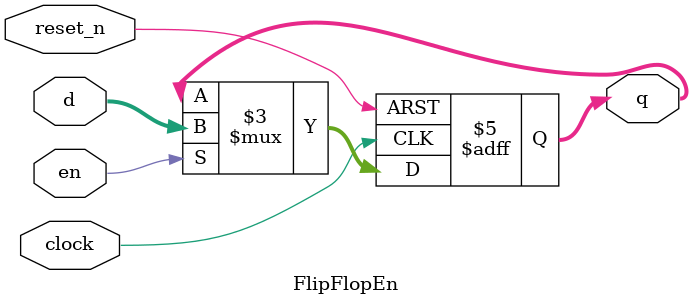
<source format=sv>

module FlipFlopEn
//-----------------Parameters-----------------\\
#(
    parameter WIDTH = 32  
)
//-----------------Ports-----------------\\
(
    input logic reset_n,
    input logic clock,
	 input logic en,
    input logic [(WIDTH-1):0] d,
	 
    output logic [(WIDTH-1):0] q
	 
);

//-----------------Output logic-----------------\\
	always_ff @(posedge clock or negedge reset_n) begin
		 if (!reset_n)
			  q <= {WIDTH{1'b0}};
		 else if (en)
			  q <= d;
	end
endmodule

</source>
